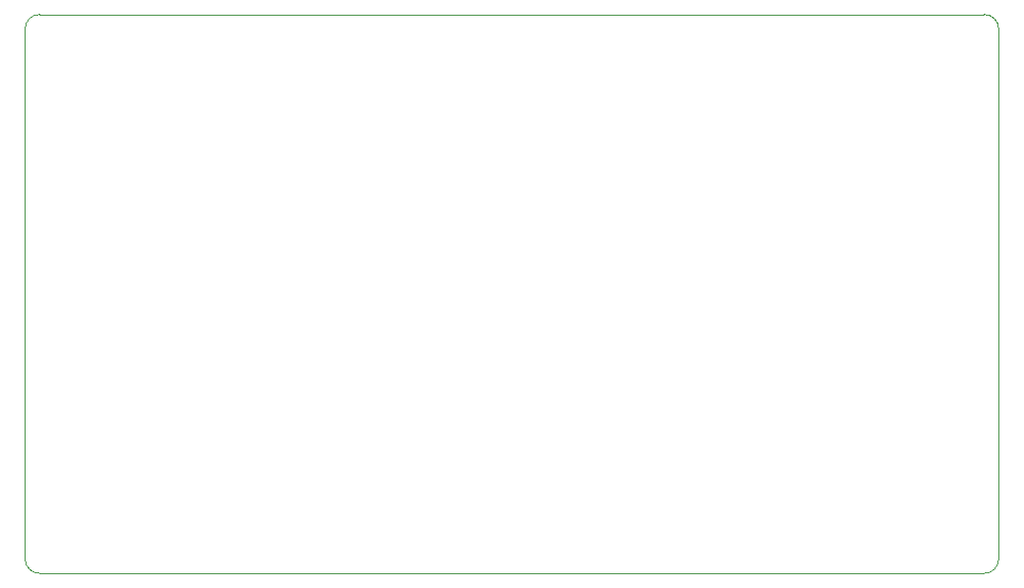
<source format=gbr>
G04 #@! TF.GenerationSoftware,KiCad,Pcbnew,(5.0.0-rc3-dev)*
G04 #@! TF.CreationDate,2019-01-29T23:40:13+01:00*
G04 #@! TF.ProjectId,Lawo 28x13,4C61776F2032387831332E6B69636164,0.12*
G04 #@! TF.SameCoordinates,Original*
G04 #@! TF.FileFunction,Profile,NP*
%FSLAX46Y46*%
G04 Gerber Fmt 4.6, Leading zero omitted, Abs format (unit mm)*
G04 Created by KiCad (PCBNEW (5.0.0-rc3-dev)) date 2019 January 29, Tuesday 23:40:13*
%MOMM*%
%LPD*%
G01*
G04 APERTURE LIST*
%ADD10C,0.100000*%
G04 APERTURE END LIST*
D10*
X105410000Y-135001000D02*
X105410000Y-89408000D01*
X189230000Y-135001000D02*
X189230000Y-89408000D01*
X187960000Y-136271000D02*
X106680000Y-136271000D01*
X106680000Y-88138000D02*
X187960000Y-88138000D01*
X106680000Y-88138000D02*
G75*
G03X105410000Y-89408000I0J-1270000D01*
G01*
X105410000Y-135001000D02*
G75*
G03X106680000Y-136271000I1270000J0D01*
G01*
X189230000Y-89408000D02*
G75*
G03X187960000Y-88138000I-1270000J0D01*
G01*
X187960000Y-136271000D02*
G75*
G03X189230000Y-135001000I0J1270000D01*
G01*
M02*

</source>
